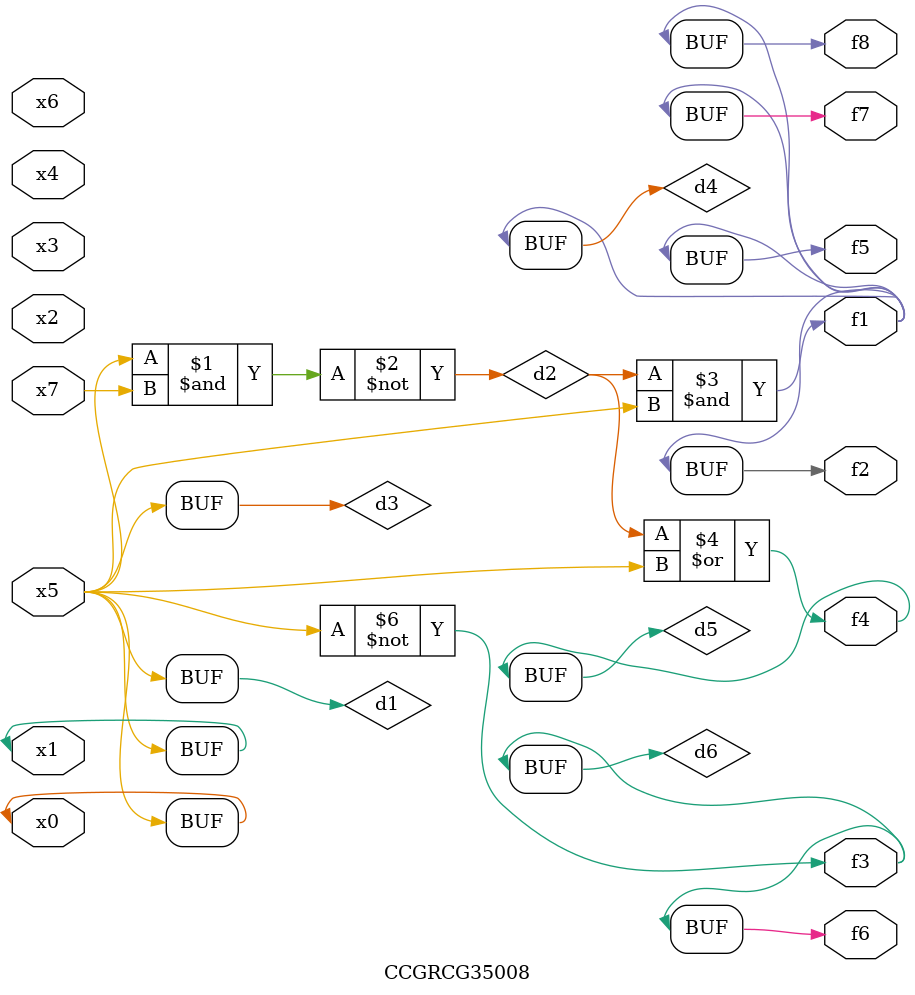
<source format=v>
module CCGRCG35008(
	input x0, x1, x2, x3, x4, x5, x6, x7,
	output f1, f2, f3, f4, f5, f6, f7, f8
);

	wire d1, d2, d3, d4, d5, d6;

	buf (d1, x0, x5);
	nand (d2, x5, x7);
	buf (d3, x0, x1);
	and (d4, d2, d3);
	or (d5, d2, d3);
	nor (d6, d1, d3);
	assign f1 = d4;
	assign f2 = d4;
	assign f3 = d6;
	assign f4 = d5;
	assign f5 = d4;
	assign f6 = d6;
	assign f7 = d4;
	assign f8 = d4;
endmodule

</source>
